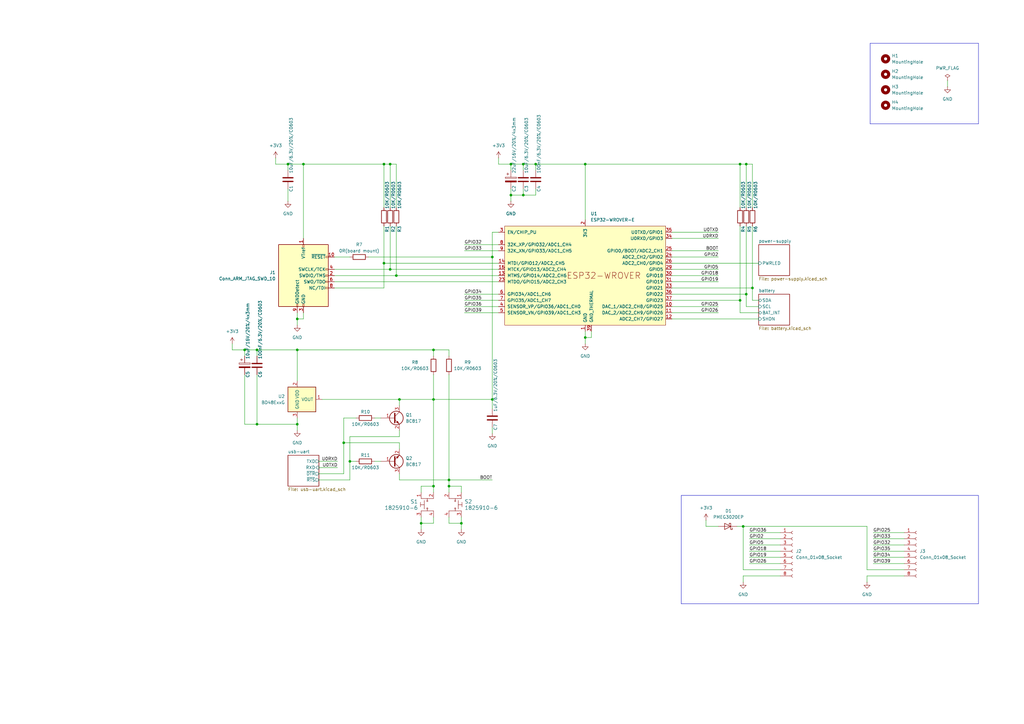
<source format=kicad_sch>
(kicad_sch (version 20231120) (generator "eeschema") (generator_version "8.0")
  (paper "A3")
  (title_block (title "ESP32 embedded application") (date "2024-10-26") (rev "B") (comment 1 "Author: Nicolae-Andrei Vasile") (comment 2 "ESP32 embedded hardware application."))
  (lib_symbols
    (symbol "Connector:Conn_01x08_Socket" (pin_names (offset 1.016) hide)
      (property "Reference" "J" (at 0 10.16 0))
      (property "Value" "Conn_01x08_Socket" (at 0 -12.7 0))
      (symbol "Conn_01x08_Socket_1_1"
        (arc (start 0 -9.652) (mid -0.5058 -10.16) (end 0 -10.668) (stroke (width 0.1524)))
        (arc (start 0 -7.112) (mid -0.5058 -7.62) (end 0 -8.128) (stroke (width 0.1524)))
        (arc (start 0 -4.572) (mid -0.5058 -5.08) (end 0 -5.588) (stroke (width 0.1524)))
        (arc (start 0 -2.032) (mid -0.5058 -2.54) (end 0 -3.048) (stroke (width 0.1524)))
        (polyline (pts (xy -1.27 -10.16) (xy -0.508 -10.16)) (stroke (width 0.1524)))
        (polyline (pts (xy -1.27 -7.62) (xy -0.508 -7.62)) (stroke (width 0.1524)))
        (polyline (pts (xy -1.27 -5.08) (xy -0.508 -5.08)) (stroke (width 0.1524)))
        (polyline (pts (xy -1.27 -2.54) (xy -0.508 -2.54)) (stroke (width 0.1524)))
        (polyline (pts (xy -1.27 0) (xy -0.508 0)) (stroke (width 0.1524)))
        (polyline (pts (xy -1.27 2.54) (xy -0.508 2.54)) (stroke (width 0.1524)))
        (polyline (pts (xy -1.27 5.08) (xy -0.508 5.08)) (stroke (width 0.1524)))
        (polyline (pts (xy -1.27 7.62) (xy -0.508 7.62)) (stroke (width 0.1524)))
        (arc (start 0 0.508) (mid -0.5058 0) (end 0 -0.508) (stroke (width 0.1524)))
        (arc (start 0 3.048) (mid -0.5058 2.54) (end 0 2.032) (stroke (width 0.1524)))
        (arc (start 0 5.588) (mid -0.5058 5.08) (end 0 4.572) (stroke (width 0.1524)))
        (arc (start 0 8.128) (mid -0.5058 7.62) (end 0 7.112) (stroke (width 0.1524)))
        (pin passive line (at -5.08 7.62 0) (length 3.81) (name "Pin_1") (number "1"))
        (pin passive line (at -5.08 5.08 0) (length 3.81) (name "Pin_2") (number "2"))
        (pin passive line (at -5.08 2.54 0) (length 3.81) (name "Pin_3") (number "3"))
        (pin passive line (at -5.08 0 0) (length 3.81) (name "Pin_4") (number "4"))
        (pin passive line (at -5.08 -2.54 0) (length 3.81) (name "Pin_5") (number "5"))
        (pin passive line (at -5.08 -5.08 0) (length 3.81) (name "Pin_6") (number "6"))
        (pin passive line (at -5.08 -7.62 0) (length 3.81) (name "Pin_7") (number "7"))
        (pin passive line (at -5.08 -10.16 0) (length 3.81) (name "Pin_8") (number "8"))
      )
    )
    (symbol "Connector:Conn_ARM_JTAG_SWD_10" (pin_names (offset 1.016))
      (property "Reference" "J" (at -2.54 16.51 0))
      (property "Value" "Conn_ARM_JTAG_SWD_10" (at -2.54 13.97 0))
      (symbol "Conn_ARM_JTAG_SWD_10_0_1"
        (rectangle (start -10.16 12.7) (end 10.16 -12.7) (stroke (width 0.254)) (fill (type background)))
        (rectangle (start -2.794 -12.7) (end -2.286 -11.684))
        (rectangle (start -0.254 -12.7) (end 0.254 -11.684))
        (rectangle (start -0.254 12.7) (end 0.254 11.684))
        (rectangle (start 9.144 2.286) (end 10.16 2.794))
        (rectangle (start 10.16 -2.794) (end 9.144 -2.286))
        (rectangle (start 10.16 -0.254) (end 9.144 0.254))
        (rectangle (start 10.16 7.874) (end 9.144 7.366))
      )
      (symbol "Conn_ARM_JTAG_SWD_10_1_1"
        (rectangle (start 9.144 -5.334) (end 10.16 -4.826))
        (pin power_in line (at 0 15.24 270) (length 2.54) (name "VTref") (number "1"))
        (pin open_collector line (at 12.7 7.62 180) (length 2.54) (name "~{RESET}") (number "10"))
        (pin bidirectional line (at 12.7 0 180) (length 2.54) (name "SWDIO/TMS") (number "2"))
        (pin power_in line (at 0 -15.24 90) (length 2.54) (name "GND") (number "3"))
        (pin output line (at 12.7 2.54 180) (length 2.54) (name "SWCLK/TCK") (number "4"))
        (pin passive line (at 0 -15.24 90) (length 2.54) hide (name "GND") (number "5"))
        (pin input line (at 12.7 -2.54 180) (length 2.54) (name "SWO/TDO") (number "6"))
        (pin no_connect line (at -10.16 0 0) (length 2.54) hide (name "KEY") (number "7"))
        (pin output line (at 12.7 -5.08 180) (length 2.54) (name "NC/TDI") (number "8"))
        (pin passive line (at -2.54 -15.24 90) (length 2.54) (name "GNDDetect") (number "9"))
      )
    )
    (symbol "Device:C" (pin_numbers hide) (pin_names (offset 0.254))
      (property "Reference" "C" (at 0.635 2.54 0))
      (property "Value" "C" (at 0.635 -2.54 0))
      (symbol "C_0_1"
        (polyline (pts (xy -2.032 -0.762) (xy 2.032 -0.762)) (stroke (width 0.508)))
        (polyline (pts (xy -2.032 0.762) (xy 2.032 0.762)) (stroke (width 0.508)))
      )
      (symbol "C_1_1"
        (pin passive line (at 0 3.81 270) (length 2.794) (name "~") (number "1"))
        (pin passive line (at 0 -3.81 90) (length 2.794) (name "~") (number "2"))
      )
    )
    (symbol "Device:C_Polarized" (pin_numbers hide) (pin_names (offset 0.254))
      (property "Reference" "C" (at 0.635 2.54 0))
      (property "Value" "C_Polarized" (at 0.635 -2.54 0))
      (symbol "C_Polarized_0_1"
        (rectangle (start -2.286 0.508) (end 2.286 1.016))
        (polyline (pts (xy -1.778 2.286) (xy -0.762 2.286)))
        (polyline (pts (xy -1.27 2.794) (xy -1.27 1.778)))
        (rectangle (start 2.286 -0.508) (end -2.286 -1.016) (fill (type outline)))
      )
      (symbol "C_Polarized_1_1"
        (pin passive line (at 0 3.81 270) (length 2.794) (name "~") (number "1"))
        (pin passive line (at 0 -3.81 90) (length 2.794) (name "~") (number "2"))
      )
    )
    (symbol "Device:R" (pin_numbers hide) (pin_names (offset 0))
      (property "Reference" "R" (at 2.032 0 90))
      (property "Value" "R" (at 0 0 90))
      (symbol "R_0_1"
        (rectangle (start -1.016 -2.54) (end 1.016 2.54) (stroke (width 0.254)))
      )
      (symbol "R_1_1"
        (pin passive line (at 0 3.81 270) (length 1.27) (name "~") (number "1"))
        (pin passive line (at 0 -3.81 90) (length 1.27) (name "~") (number "2"))
      )
    )
    (symbol "Diode:PMEG3020ER" (pin_numbers hide) (pin_names hide)
      (property "Reference" "D" (at 0 2.54 0))
      (property "Value" "PMEG3020ER" (at 0 -2.54 0))
      (symbol "PMEG3020ER_0_1"
        (polyline (pts (xy 1.27 0) (xy -1.27 0)))
        (polyline (pts (xy 1.27 1.27) (xy 1.27 -1.27) (xy -1.27 0) (xy 1.27 1.27)) (stroke (width 0.2032)))
        (polyline (pts (xy -1.905 0.635) (xy -1.905 1.27) (xy -1.27 1.27) (xy -1.27 -1.27) (xy -0.635 -1.27) (xy -0.635 -0.635)) (stroke (width 0.2032)))
      )
      (symbol "PMEG3020ER_1_1"
        (pin passive line (at -3.81 0 0) (length 2.54) (name "K") (number "1"))
        (pin passive line (at 3.81 0 180) (length 2.54) (name "A") (number "2"))
      )
    )
    (symbol "Espressif:ESP32-WROVER-E" (pin_names (offset 1.016))
      (property "Reference" "U" (at -30.48 25.4 0))
      (property "Value" "ESP32-WROVER-E" (at -30.48 22.86 0))
      (symbol "ESP32-WROVER-E_0_1"
        (rectangle (start -33.02 20.32) (end 33.02 -20.32) (fill (type background)))
      )
      (symbol "ESP32-WROVER-E_1_1"
        (text "ESP32-­WROVER" (at 7.62 0 0) (effects (font (size 2.54 2.54))))
        (pin power_in line (at 0 -22.86 90) (length 2.54) (name "GND") (number "1"))
        (pin bidirectional line (at 35.56 -12.7 180) (length 2.54) (name "DAC_1/ADC2_CH8/GPIO25") (number "10"))
        (pin bidirectional line (at 35.56 -15.24 180) (length 2.54) (name "DAC_2/ADC2_CH9/GPIO26") (number "11"))
        (pin bidirectional line (at 35.56 -17.78 180) (length 2.54) (name "ADC2_CH7/GPIO27") (number "12"))
        (pin bidirectional line (at -35.56 0 0) (length 2.54) (name "MTMS/GPIO14/ADC2_CH6") (number "13"))
        (pin bidirectional line (at -35.56 5.08 0) (length 2.54) (name "MTDI/GPIO12/ADC2_CH5") (number "14"))
        (pin passive line (at 0 -22.86 90) (length 2.54) hide (name "GND") (number "15"))
        (pin bidirectional line (at -35.56 2.54 0) (length 2.54) (name "MTCK/GPIO13/ADC2_CH4") (number "16"))
        (pin power_in line (at 0 22.86 270) (length 2.54) (name "3V3") (number "2"))
        (pin bidirectional line (at -35.56 -2.54 0) (length 2.54) (name "MTDO/GPIO15/ADC2_CH3") (number "23"))
        (pin bidirectional line (at 35.56 7.62 180) (length 2.54) (name "ADC2_CH2/GPIO2") (number "24"))
        (pin bidirectional line (at 35.56 10.16 180) (length 2.54) (name "GPIO0/BOOT/ADC2_CH1") (number "25"))
        (pin bidirectional line (at 35.56 5.08 180) (length 2.54) (name "ADC2_CH0/GPIO4") (number "26"))
        (pin bidirectional line (at 35.56 2.54 180) (length 2.54) (name "GPIO5") (number "29"))
        (pin input line (at -35.56 17.78 0) (length 2.54) (name "EN/CHIP_PU") (number "3"))
        (pin bidirectional line (at 35.56 0 180) (length 2.54) (name "GPIO18") (number "30"))
        (pin bidirectional line (at 35.56 -2.54 180) (length 2.54) (name "GPIO19") (number "31"))
        (pin bidirectional line (at 35.56 -5.08 180) (length 2.54) (name "GPIO21") (number "33"))
        (pin bidirectional line (at 35.56 15.24 180) (length 2.54) (name "U0RXD/GPIO3") (number "34"))
        (pin bidirectional line (at 35.56 17.78 180) (length 2.54) (name "U0TXD/GPIO1") (number "35"))
        (pin bidirectional line (at 35.56 -7.62 180) (length 2.54) (name "GPIO22") (number "36"))
        (pin bidirectional line (at 35.56 -10.16 180) (length 2.54) (name "GPIO23") (number "37"))
        (pin passive line (at 0 -22.86 90) (length 2.54) hide (name "GND") (number "38"))
        (pin power_in line (at 2.54 -22.86 90) (length 2.54) (name "GND_THERMAL") (number "39"))
        (pin input line (at -35.56 -12.7 0) (length 2.54) (name "SENSOR_VP/GPIO36/ADC1_CH0") (number "4"))
        (pin input line (at -35.56 -15.24 0) (length 2.54) (name "SENSOR_VN/GPIO39/ADC1_CH3") (number "5"))
        (pin input line (at -35.56 -7.62 0) (length 2.54) (name "GPIO34/ADC1_CH6") (number "6"))
        (pin input line (at -35.56 -10.16 0) (length 2.54) (name "GPIO35/ADC1_CH7") (number "7"))
        (pin bidirectional line (at -35.56 12.7 0) (length 2.54) (name "32K_XP/GPIO32/ADC1_CH4") (number "8"))
        (pin bidirectional line (at -35.56 10.16 0) (length 2.54) (name "32K_XN/GPIO33/ADC1_CH5") (number "9"))
      )
    )
    (symbol "Mechanical:MountingHole" (pin_names (offset 1.016)) (exclude_from_sim yes) (in_bom no)
      (property "Reference" "H" (at 0 5.08 0))
      (property "Value" "MountingHole" (at 0 3.175 0))
      (symbol "MountingHole_0_1"
        (circle (center 0 0) (radius 1.27) (stroke (width 1.27)))
      )
    )
    (symbol "Power_Management:BD48ExxG" (pin_names (offset 1.016))
      (property "Reference" "U" (at -3.81 6.35 0))
      (property "Value" "BD48ExxG" (at -5.08 0 90))
      (symbol "BD48ExxG_1_1"
        (rectangle (start -3.81 5.08) (end 7.62 -5.08) (stroke (width 0.254)) (fill (type background)))
        (pin output line (at 10.16 0 180) (length 2.54) (name "VOUT") (number "1"))
        (pin power_in line (at 0 7.62 270) (length 2.54) (name "VDD") (number "2"))
        (pin power_in line (at 0 -7.62 90) (length 2.54) (name "GND") (number "3"))
      )
    )
    (symbol "Transistor_BJT:BC817" (pin_names (offset 0) hide)
      (property "Reference" "Q" (at 5.08 1.905 0))
      (property "Value" "BC817" (at 5.08 0 0))
      (symbol "BC817_0_1"
        (polyline (pts (xy 0.635 0.635) (xy 2.54 2.54)))
        (polyline (pts (xy 0.635 -0.635) (xy 2.54 -2.54) (xy 2.54 -2.54)))
        (polyline (pts (xy 0.635 1.905) (xy 0.635 -1.905) (xy 0.635 -1.905)) (stroke (width 0.508)))
        (polyline (pts (xy 1.27 -1.778) (xy 1.778 -1.27) (xy 2.286 -2.286) (xy 1.27 -1.778) (xy 1.27 -1.778)) (fill (type outline)))
        (circle (center 1.27 0) (radius 2.8194) (stroke (width 0.254)))
      )
      (symbol "BC817_1_1"
        (pin input line (at -5.08 0 0) (length 5.715) (name "B") (number "1"))
        (pin passive line (at 2.54 -5.08 90) (length 2.54) (name "E") (number "2"))
        (pin passive line (at 2.54 5.08 270) (length 2.54) (name "C") (number "3"))
      )
    )
    (symbol "dk_Tactile-Switches:1825910-6" (pin_names (offset 1.016))
      (property "Reference" "S" (at 0 4.572 0))
      (property "Value" "1825910-6" (at 0.127 -5.08 0))
      (symbol "1825910-6_0_1"
        (circle (center -1.524 0) (radius 0.254))
        (polyline (pts (xy -2.54 2.54) (xy -2.54 -2.54)))
        (polyline (pts (xy -1.778 0) (xy -2.54 0)))
        (polyline (pts (xy -1.778 1.27) (xy 1.778 1.27)))
        (polyline (pts (xy 2.54 -2.54) (xy 2.54 2.54)))
        (polyline (pts (xy 2.54 0) (xy 1.778 0)))
        (circle (center 1.524 0) (radius 0.254))
      )
      (symbol "1825910-6_1_1"
        (polyline (pts (xy -1.016 2.794) (xy 0.889 2.794)))
        (polyline (pts (xy 0 2.794) (xy 0 1.27)))
        (pin passive line (at -5.08 2.54 0) (length 2.54) (name "~") (number "1"))
        (pin passive line (at -5.08 -2.54 0) (length 2.54) (name "~") (number "2"))
        (pin passive line (at 5.08 2.54 180) (length 2.54) (name "~") (number "3"))
        (pin passive line (at 5.08 -2.54 180) (length 2.54) (name "~") (number "4"))
      )
    )
    (symbol "power:+3V3" (power) (pin_numbers hide) (pin_names (offset 0) hide)
      (property "Value" "+3V3" (at 0 3.556 0))
      (symbol "+3V3_0_1"
        (polyline (pts (xy -0.762 1.27) (xy 0 2.54)))
        (polyline (pts (xy 0 0) (xy 0 2.54)))
        (polyline (pts (xy 0 2.54) (xy 0.762 1.27)))
      )
      (symbol "+3V3_1_1"
        (pin power_in line (at 0 0 90) (length 0) (name "~") (number "1"))
      )
    )
    (symbol "power:GND" (power) (pin_numbers hide) (pin_names (offset 0) hide)
      (property "Value" "GND" (at 0 -3.81 0))
      (symbol "GND_0_1"
        (polyline (pts (xy 0 0) (xy 0 -1.27) (xy 1.27 -1.27) (xy 0 -2.54) (xy -1.27 -1.27) (xy 0 -1.27)))
      )
      (symbol "GND_1_1"
        (pin power_in line (at 0 0 270) (length 0) (name "~") (number "1"))
      )
    )
    (symbol "power:PWR_FLAG" (power) (pin_numbers hide) (pin_names (offset 0) hide)
      (property "Value" "PWR_FLAG" (at 0 3.81 0))
      (symbol "PWR_FLAG_0_0"
        (pin power_out line (at 0 0 90) (length 0) (name "~") (number "1"))
      )
      (symbol "PWR_FLAG_0_1"
        (polyline (pts (xy 0 0) (xy 0 1.27) (xy -1.016 1.905) (xy 0 2.54) (xy 1.016 1.905) (xy 0 1.27)))
      )
    )
  )
  (junction (at 163.83 163.83))
  (junction (at 143.51 189.23))
  (junction (at 214.63 67.31))
  (junction (at 184.15 196.85))
  (junction (at 177.8 163.83))
  (junction (at 308.61 118.11))
  (junction (at 162.56 113.03))
  (junction (at 100.33 143.51))
  (junction (at 124.46 67.31))
  (junction (at 121.92 143.51))
  (junction (at 105.41 173.99))
  (junction (at 172.72 214.63))
  (junction (at 121.92 173.99))
  (junction (at 157.48 107.95))
  (junction (at 209.55 80.01))
  (junction (at 140.97 181.61))
  (junction (at 306.07 67.31))
  (junction (at 184.15 199.39))
  (junction (at 160.02 110.49))
  (junction (at 189.23 214.63))
  (junction (at 209.55 67.31))
  (junction (at 160.02 67.31))
  (junction (at 214.63 80.01))
  (junction (at 201.93 105.41))
  (junction (at 121.92 130.81))
  (junction (at 219.71 67.31))
  (junction (at 177.8 143.51))
  (junction (at 105.41 143.51))
  (junction (at 303.53 123.19))
  (junction (at 304.8 215.9))
  (junction (at 240.03 67.31))
  (junction (at 177.8 199.39))
  (junction (at 157.48 67.31))
  (junction (at 118.11 67.31))
  (junction (at 240.03 138.43))
  (junction (at 303.53 67.31))
  (junction (at 201.93 163.83))
  (junction (at 306.07 120.65))
  (wire (pts (xy 275.59 102.87) (xy 294.64 102.87)))
  (wire (pts (xy 307.34 226.06) (xy 320.04 226.06)))
  (wire (pts (xy 140.97 181.61) (xy 140.97 194.31)))
  (wire (pts (xy 184.15 143.51) (xy 184.15 146.05)))
  (wire (pts (xy 201.93 95.25) (xy 201.93 105.41)))
  (wire (pts (xy 240.03 67.31) (xy 303.53 67.31)))
  (wire (pts (xy 240.03 67.31) (xy 240.03 90.17)))
  (wire (pts (xy 124.46 67.31) (xy 124.46 97.79)))
  (wire (pts (xy 177.8 163.83) (xy 177.8 199.39)))
  (wire (pts (xy 355.6 236.22) (xy 355.6 238.76)))
  (wire (pts (xy 190.5 100.33) (xy 204.47 100.33)))
  (wire (pts (xy 151.13 105.41) (xy 201.93 105.41)))
  (polyline (pts (xy 356.87 17.78) (xy 401.32 17.78)))
  (wire (pts (xy 307.34 220.98) (xy 320.04 220.98)))
  (wire (pts (xy 240.03 138.43) (xy 242.57 138.43)))
  (wire (pts (xy 143.51 179.07) (xy 163.83 179.07)))
  (wire (pts (xy 157.48 107.95) (xy 157.48 118.11)))
  (wire (pts (xy 105.41 143.51) (xy 121.92 143.51)))
  (wire (pts (xy 137.16 105.41) (xy 143.51 105.41)))
  (wire (pts (xy 219.71 80.01) (xy 219.71 77.47)))
  (wire (pts (xy 163.83 179.07) (xy 163.83 176.53)))
  (wire (pts (xy 121.92 130.81) (xy 124.46 130.81)))
  (wire (pts (xy 201.93 163.83) (xy 201.93 167.64)))
  (wire (pts (xy 275.59 123.19) (xy 303.53 123.19)))
  (wire (pts (xy 121.92 128.27) (xy 121.92 130.81)))
  (polyline (pts (xy 356.87 50.8) (xy 401.32 50.8)))
  (wire (pts (xy 177.8 143.51) (xy 184.15 143.51)))
  (wire (pts (xy 184.15 212.09) (xy 184.15 214.63)))
  (wire (pts (xy 275.59 115.57) (xy 294.64 115.57)))
  (wire (pts (xy 275.59 118.11) (xy 308.61 118.11)))
  (wire (pts (xy 162.56 113.03) (xy 204.47 113.03)))
  (wire (pts (xy 201.93 175.26) (xy 201.93 177.8)))
  (wire (pts (xy 157.48 118.11) (xy 137.16 118.11)))
  (wire (pts (xy 105.41 153.67) (xy 105.41 173.99)))
  (wire (pts (xy 289.56 215.9) (xy 289.56 213.36)))
  (wire (pts (xy 190.5 120.65) (xy 204.47 120.65)))
  (wire (pts (xy 121.92 130.81) (xy 121.92 133.35)))
  (wire (pts (xy 105.41 173.99) (xy 121.92 173.99)))
  (wire (pts (xy 146.05 189.23) (xy 143.51 189.23)))
  (wire (pts (xy 308.61 92.71) (xy 308.61 118.11)))
  (wire (pts (xy 358.14 218.44) (xy 370.84 218.44)))
  (wire (pts (xy 190.5 123.19) (xy 204.47 123.19)))
  (wire (pts (xy 275.59 97.79) (xy 294.64 97.79)))
  (wire (pts (xy 219.71 67.31) (xy 219.71 69.85)))
  (wire (pts (xy 275.59 120.65) (xy 306.07 120.65)))
  (wire (pts (xy 121.92 143.51) (xy 177.8 143.51)))
  (polyline (pts (xy 356.87 17.78) (xy 356.87 50.8)))
  (wire (pts (xy 307.34 231.14) (xy 320.04 231.14)))
  (wire (pts (xy 307.34 228.6) (xy 320.04 228.6)))
  (wire (pts (xy 240.03 138.43) (xy 240.03 140.97)))
  (wire (pts (xy 163.83 196.85) (xy 184.15 196.85)))
  (wire (pts (xy 137.16 113.03) (xy 162.56 113.03)))
  (wire (pts (xy 130.81 196.85) (xy 143.51 196.85)))
  (wire (pts (xy 100.33 146.05) (xy 100.33 143.51)))
  (wire (pts (xy 184.15 196.85) (xy 201.93 196.85)))
  (wire (pts (xy 137.16 110.49) (xy 160.02 110.49)))
  (wire (pts (xy 275.59 105.41) (xy 294.64 105.41)))
  (polyline (pts (xy 401.32 50.8) (xy 401.32 17.78)))
  (wire (pts (xy 163.83 163.83) (xy 163.83 166.37)))
  (wire (pts (xy 177.8 212.09) (xy 177.8 214.63)))
  (wire (pts (xy 190.5 128.27) (xy 204.47 128.27)))
  (wire (pts (xy 308.61 118.11) (xy 308.61 123.19)))
  (wire (pts (xy 204.47 67.31) (xy 209.55 67.31)))
  (wire (pts (xy 204.47 64.77) (xy 204.47 67.31)))
  (wire (pts (xy 121.92 173.99) (xy 121.92 176.53)))
  (wire (pts (xy 304.8 236.22) (xy 320.04 236.22)))
  (wire (pts (xy 355.6 233.68) (xy 370.84 233.68)))
  (wire (pts (xy 172.72 214.63) (xy 172.72 217.17)))
  (wire (pts (xy 189.23 199.39) (xy 184.15 199.39)))
  (wire (pts (xy 275.59 113.03) (xy 294.64 113.03)))
  (wire (pts (xy 358.14 220.98) (xy 370.84 220.98)))
  (wire (pts (xy 214.63 77.47) (xy 214.63 80.01)))
  (wire (pts (xy 118.11 67.31) (xy 113.03 67.31)))
  (wire (pts (xy 157.48 107.95) (xy 204.47 107.95)))
  (wire (pts (xy 184.15 199.39) (xy 184.15 201.93)))
  (wire (pts (xy 160.02 67.31) (xy 162.56 67.31)))
  (wire (pts (xy 303.53 67.31) (xy 306.07 67.31)))
  (wire (pts (xy 157.48 67.31) (xy 160.02 67.31)))
  (wire (pts (xy 304.8 233.68) (xy 320.04 233.68)))
  (wire (pts (xy 124.46 67.31) (xy 157.48 67.31)))
  (wire (pts (xy 177.8 201.93) (xy 177.8 199.39)))
  (wire (pts (xy 137.16 115.57) (xy 204.47 115.57)))
  (wire (pts (xy 157.48 107.95) (xy 157.48 92.71)))
  (wire (pts (xy 209.55 80.01) (xy 209.55 82.55)))
  (wire (pts (xy 124.46 128.27) (xy 124.46 130.81)))
  (wire (pts (xy 163.83 184.15) (xy 163.83 181.61)))
  (wire (pts (xy 121.92 173.99) (xy 121.92 171.45)))
  (wire (pts (xy 95.25 143.51) (xy 100.33 143.51)))
  (wire (pts (xy 100.33 153.67) (xy 100.33 173.99)))
  (wire (pts (xy 130.81 191.77) (xy 138.43 191.77)))
  (wire (pts (xy 219.71 67.31) (xy 240.03 67.31)))
  (wire (pts (xy 121.92 143.51) (xy 121.92 156.21)))
  (wire (pts (xy 100.33 173.99) (xy 105.41 173.99)))
  (wire (pts (xy 184.15 153.67) (xy 184.15 196.85)))
  (wire (pts (xy 275.59 95.25) (xy 294.64 95.25)))
  (wire (pts (xy 190.5 102.87) (xy 204.47 102.87)))
  (wire (pts (xy 306.07 92.71) (xy 306.07 120.65)))
  (wire (pts (xy 124.46 67.31) (xy 118.11 67.31)))
  (wire (pts (xy 184.15 196.85) (xy 184.15 199.39)))
  (wire (pts (xy 307.34 223.52) (xy 320.04 223.52)))
  (wire (pts (xy 303.53 123.19) (xy 303.53 128.27)))
  (wire (pts (xy 306.07 125.73) (xy 311.15 125.73)))
  (wire (pts (xy 140.97 171.45) (xy 146.05 171.45)))
  (wire (pts (xy 306.07 120.65) (xy 306.07 125.73)))
  (wire (pts (xy 172.72 199.39) (xy 172.72 201.93)))
  (wire (pts (xy 275.59 130.81) (xy 311.15 130.81)))
  (wire (pts (xy 303.53 92.71) (xy 303.53 123.19)))
  (wire (pts (xy 163.83 163.83) (xy 177.8 163.83)))
  (wire (pts (xy 388.62 33.02) (xy 388.62 35.56)))
  (wire (pts (xy 130.81 194.31) (xy 140.97 194.31)))
  (wire (pts (xy 306.07 67.31) (xy 306.07 85.09)))
  (wire (pts (xy 302.26 215.9) (xy 304.8 215.9)))
  (wire (pts (xy 113.03 64.77) (xy 113.03 67.31)))
  (wire (pts (xy 189.23 201.93) (xy 189.23 199.39)))
  (wire (pts (xy 160.02 110.49) (xy 204.47 110.49)))
  (wire (pts (xy 177.8 143.51) (xy 177.8 146.05)))
  (wire (pts (xy 143.51 189.23) (xy 143.51 196.85)))
  (wire (pts (xy 140.97 171.45) (xy 140.97 181.61)))
  (wire (pts (xy 132.08 163.83) (xy 163.83 163.83)))
  (wire (pts (xy 275.59 128.27) (xy 294.64 128.27)))
  (wire (pts (xy 304.8 215.9) (xy 355.6 215.9)))
  (wire (pts (xy 201.93 105.41) (xy 201.93 163.83)))
  (wire (pts (xy 163.83 181.61) (xy 140.97 181.61)))
  (wire (pts (xy 275.59 125.73) (xy 294.64 125.73)))
  (wire (pts (xy 172.72 212.09) (xy 172.72 214.63)))
  (wire (pts (xy 209.55 77.47) (xy 209.55 80.01)))
  (wire (pts (xy 358.14 223.52) (xy 370.84 223.52)))
  (wire (pts (xy 358.14 228.6) (xy 370.84 228.6)))
  (wire (pts (xy 307.34 218.44) (xy 320.04 218.44)))
  (wire (pts (xy 95.25 140.97) (xy 95.25 143.51)))
  (wire (pts (xy 214.63 67.31) (xy 219.71 67.31)))
  (wire (pts (xy 209.55 67.31) (xy 214.63 67.31)))
  (wire (pts (xy 358.14 226.06) (xy 370.84 226.06)))
  (wire (pts (xy 130.81 189.23) (xy 138.43 189.23)))
  (wire (pts (xy 304.8 215.9) (xy 304.8 233.68)))
  (wire (pts (xy 163.83 194.31) (xy 163.83 196.85)))
  (wire (pts (xy 355.6 215.9) (xy 355.6 233.68)))
  (wire (pts (xy 153.67 171.45) (xy 156.21 171.45)))
  (wire (pts (xy 303.53 67.31) (xy 303.53 85.09)))
  (wire (pts (xy 118.11 67.31) (xy 118.11 69.85)))
  (wire (pts (xy 162.56 92.71) (xy 162.56 113.03)))
  (wire (pts (xy 189.23 212.09) (xy 189.23 214.63)))
  (wire (pts (xy 275.59 110.49) (xy 294.64 110.49)))
  (wire (pts (xy 209.55 67.31) (xy 209.55 69.85)))
  (wire (pts (xy 242.57 135.89) (xy 242.57 138.43)))
  (wire (pts (xy 189.23 214.63) (xy 184.15 214.63)))
  (wire (pts (xy 304.8 236.22) (xy 304.8 238.76)))
  (wire (pts (xy 100.33 143.51) (xy 105.41 143.51)))
  (wire (pts (xy 289.56 215.9) (xy 294.64 215.9)))
  (wire (pts (xy 172.72 199.39) (xy 177.8 199.39)))
  (wire (pts (xy 118.11 82.55) (xy 118.11 77.47)))
  (wire (pts (xy 162.56 67.31) (xy 162.56 85.09)))
  (wire (pts (xy 189.23 214.63) (xy 189.23 217.17)))
  (wire (pts (xy 190.5 125.73) (xy 204.47 125.73)))
  (wire (pts (xy 172.72 214.63) (xy 177.8 214.63)))
  (wire (pts (xy 355.6 236.22) (xy 370.84 236.22)))
  (wire (pts (xy 160.02 92.71) (xy 160.02 110.49)))
  (wire (pts (xy 105.41 146.05) (xy 105.41 143.51)))
  (wire (pts (xy 177.8 163.83) (xy 201.93 163.83)))
  (wire (pts (xy 143.51 179.07) (xy 143.51 189.23)))
  (wire (pts (xy 160.02 67.31) (xy 160.02 85.09)))
  (wire (pts (xy 308.61 85.09) (xy 308.61 67.31)))
  (wire (pts (xy 275.59 107.95) (xy 311.15 107.95)))
  (wire (pts (xy 177.8 153.67) (xy 177.8 163.83)))
  (wire (pts (xy 201.93 95.25) (xy 204.47 95.25)))
  (wire (pts (xy 308.61 123.19) (xy 311.15 123.19)))
  (wire (pts (xy 214.63 67.31) (xy 214.63 69.85)))
  (wire (pts (xy 308.61 67.31) (xy 306.07 67.31)))
  (wire (pts (xy 303.53 128.27) (xy 311.15 128.27)))
  (wire (pts (xy 153.67 189.23) (xy 156.21 189.23)))
  (wire (pts (xy 214.63 80.01) (xy 219.71 80.01)))
  (wire (pts (xy 240.03 135.89) (xy 240.03 138.43)))
  (wire (pts (xy 157.48 67.31) (xy 157.48 85.09)))
  (wire (pts (xy 214.63 80.01) (xy 209.55 80.01)))
  (wire (pts (xy 358.14 231.14) (xy 370.84 231.14)))
  (rectangle (start 279.4 203.2) (end 401.32 247.65))
  (label "GPIO32" (at 190.5 100.33 0))
  (label "GPIO39" (at 190.5 128.27 0))
  (label "GPIO26" (at 307.34 231.14 0))
  (label "GPIO2" (at 294.64 105.41 180))
  (label "GPIO35" (at 358.14 226.06 0))
  (label "U0TXD" (at 294.64 95.25 180))
  (label "BOOT" (at 201.93 196.85 180))
  (label "GPIO5" (at 307.34 223.52 0))
  (label "GPIO25" (at 294.64 125.73 180))
  (label "GPIO18" (at 294.64 113.03 180))
  (label "GPIO25" (at 358.14 218.44 0))
  (label "GPIO34" (at 358.14 228.6 0))
  (label "GPIO19" (at 294.64 115.57 180))
  (label "GPIO18" (at 307.34 226.06 0))
  (label "GPIO36" (at 307.34 218.44 0))
  (label "GPIO34" (at 190.5 120.65 0))
  (label "GPIO39" (at 358.14 231.14 0))
  (label "GPIO36" (at 190.5 125.73 0))
  (label "GPIO35" (at 190.5 123.19 0))
  (label "GPIO19" (at 307.34 228.6 0))
  (label "BOOT" (at 294.64 102.87 180))
  (label "GPIO26" (at 294.64 128.27 180))
  (label "GPIO32" (at 358.14 223.52 0))
  (label "U0RXD" (at 138.43 189.23 180))
  (label "GPIO33" (at 358.14 220.98 0))
  (label "GPIO2" (at 307.34 220.98 0))
  (label "U0RXD" (at 294.64 97.79 180))
  (label "GPIO5" (at 294.64 110.49 180))
  (label "U0TXD" (at 138.43 191.77 180))
  (label "GPIO33" (at 190.5 102.87 0))
  (symbol (lib_id "power:GND") (at 189.23 217.17 0) (unit 1)
    (property "Reference" "#PWR013" (effects (hide yes)))
    (property "Value" "GND" (at 189.23 222.25 0))
    (property "Description" "Power symbol creates a global label with name \"GND\" , ground" (effects (hide yes)))
  )
  (symbol (lib_id "Transistor_BJT:BC817") (at 161.29 189.23 0) (mirror x) (unit 1)
    (property "Reference" "Q2" (at 166.37 187.96 0) (effects (justify left)))
    (property "Value" "BC817" (at 166.37 190.5 0) (effects (justify left)))
    (property "Footprint" "Package_TO_SOT_SMD:SOT-23" (effects (hide yes)))
    (property "Datasheet" "https://www.onsemi.com/pub/Collateral/BC818-D.pdf" (effects (hide yes)))
    (property "Description" "0.8A Ic, 45V Vce, NPN Transistor, SOT-23" (effects (hide yes)))
  )
  (symbol (lib_id "power:GND") (at 118.11 82.55 0) (unit 1)
    (property "Reference" "#PWR04" (effects (hide yes)))
    (property "Value" "GND" (at 118.11 87.63 0))
    (property "Description" "Power symbol creates a global label with name \"GND\" , ground" (effects (hide yes)))
  )
  (symbol (lib_id "Device:C") (at 219.71 73.66 0) (unit 1)
    (property "Reference" "C4" (at 220.98 78.74 90) (effects (justify left)))
    (property "Value" "100nF/6.3V/20%/C0603" (at 220.98 71.12 90) (effects (justify left)))
    (property "Footprint" "Capacitor_SMD:C_0603_1608Metric_Pad1.08x0.95mm_HandSolder" (effects (hide yes)))
    (property "Description" "Unpolarized capacitor" (effects (hide yes)))
  )
  (symbol (lib_id "power:+3V3") (at 204.47 64.77 0) (unit 1)
    (property "Reference" "#PWR03" (effects (hide yes)))
    (property "Value" "+3V3" (at 204.47 59.69 0))
    (property "Description" "Power symbol creates a global label with name \"+3V3\"" (effects (hide yes)))
  )
  (symbol (lib_id "Device:R") (at 160.02 88.9 180) (unit 1)
    (property "Reference" "R2" (at 161.29 93.98 90))
    (property "Value" "10K/R0603" (at 161.29 80.01 90))
    (property "Footprint" "Resistor_SMD:R_0603_1608Metric_Pad0.98x0.95mm_HandSolder" (effects (hide yes)))
    (property "Description" "Resistor" (effects (hide yes)))
  )
  (symbol (lib_id "Device:R") (at 308.61 88.9 180) (unit 1)
    (property "Reference" "R6" (at 309.88 93.98 90))
    (property "Value" "10K/R0603" (at 309.88 80.01 90))
    (property "Footprint" "Resistor_SMD:R_0603_1608Metric_Pad0.98x0.95mm_HandSolder" (effects (hide yes)))
    (property "Description" "Resistor" (effects (hide yes)))
  )
  (symbol (lib_id "power:GND") (at 388.62 35.56 0) (unit 1)
    (property "Reference" "#PWR01" (effects (hide yes)))
    (property "Value" "GND" (at 388.62 40.64 0))
    (property "Description" "Power symbol creates a global label with name \"GND\" , ground" (effects (hide yes)))
  )
  (symbol (lib_id "Device:R") (at 303.53 88.9 180) (unit 1)
    (property "Reference" "R4" (at 304.8 93.98 90))
    (property "Value" "10K/R0603" (at 304.8 80.01 90))
    (property "Footprint" "Resistor_SMD:R_0603_1608Metric_Pad0.98x0.95mm_HandSolder" (effects (hide yes)))
    (property "Description" "Resistor" (effects (hide yes)))
  )
  (symbol (lib_id "Device:R") (at 184.15 149.86 0) (unit 1)
    (property "Reference" "R9" (at 191.77 148.59 0))
    (property "Value" "10K/R0603" (at 191.77 151.13 0))
    (property "Footprint" "Resistor_SMD:R_0603_1608Metric_Pad0.98x0.95mm_HandSolder" (effects (hide yes)))
    (property "Description" "Resistor" (effects (hide yes)))
  )
  (symbol (lib_id "Mechanical:MountingHole") (at 363.22 30.48 0) (unit 1) (exclude_from_sim yes) (in_bom no)
    (property "Reference" "H2" (at 365.76 29.2099 0) (effects (justify left)))
    (property "Value" "MountingHole" (at 365.76 31.7499 0) (effects (justify left)))
    (property "Footprint" "MountingHole:MountingHole_3.2mm_M3" (effects (hide yes)))
    (property "Description" "Mounting Hole without connection" (effects (hide yes)))
  )
  (symbol (lib_id "Mechanical:MountingHole") (at 363.22 24.13 0) (unit 1) (exclude_from_sim yes) (in_bom no)
    (property "Reference" "H1" (at 365.76 22.8599 0) (effects (justify left)))
    (property "Value" "MountingHole" (at 365.76 25.3999 0) (effects (justify left)))
    (property "Footprint" "MountingHole:MountingHole_3.2mm_M3" (effects (hide yes)))
    (property "Description" "Mounting Hole without connection" (effects (hide yes)))
  )
  (symbol (lib_id "power:GND") (at 304.8 238.76 0) (unit 1)
    (property "Reference" "#PWR014" (effects (hide yes)))
    (property "Value" "GND" (at 304.8 243.84 0))
    (property "Description" "Power symbol creates a global label with name \"GND\" , ground" (effects (hide yes)))
  )
  (symbol (lib_id "dk_Tactile-Switches:1825910-6") (at 186.69 207.01 270) (unit 1)
    (property "Reference" "S2" (at 190.5 205.7399 90) (effects (font (size 1.524 1.524)) (justify left)))
    (property "Value" "1825910-6" (at 190.5 208.2799 90) (effects (font (size 1.524 1.524)) (justify left)))
    (property "Footprint" "digikey-footprints:Switch_Tactile_THT_6x6mm" (effects (hide yes)))
    (property "Datasheet" "https://www.te.com/commerce/DocumentDelivery/DDEController?Action=srchrtrv&DocNm=1825910&DocType=Customer+Drawing&DocLang=English" (effects (hide yes)))
    (property "Description" "SWITCH TACTILE SPST-NO 0.05A 24V" (effects (hide yes)))
    (property "Digi-Key_PN" "450-1650-ND" (effects (hide yes)))
    (property "MPN" "1825910-6" (effects (hide yes)))
    (property "Category" "Switches" (effects (hide yes)))
    (property "Family" "Tactile Switches" (effects (hide yes)))
    (property "DK_Datasheet_Link" "https://www.te.com/commerce/DocumentDelivery/DDEController?Action=srchrtrv&DocNm=1825910&DocType=Customer+Drawing&DocLang=English" (effects (hide yes)))
    (property "DK_Detail_Page" "/product-detail/en/te-connectivity-alcoswitch-switches/1825910-6/450-1650-ND/1632536" (effects (hide yes)))
    (property "Description_1" "SWITCH TACTILE SPST-NO 0.05A 24V" (effects (hide yes)))
    (property "Manufacturer" "TE Connectivity ALCOSWITCH Switches" (effects (hide yes)))
    (property "Status" "Active" (effects (hide yes)))
  )
  (symbol (lib_id "Mechanical:MountingHole") (at 363.22 36.83 0) (unit 1) (exclude_from_sim yes) (in_bom no)
    (property "Reference" "H3" (at 365.76 35.5599 0) (effects (justify left)))
    (property "Value" "MountingHole" (at 365.76 38.0999 0) (effects (justify left)))
    (property "Footprint" "MountingHole:MountingHole_3.2mm_M3" (effects (hide yes)))
    (property "Description" "Mounting Hole without connection" (effects (hide yes)))
  )
  (symbol (lib_id "Mechanical:MountingHole") (at 363.22 43.18 0) (unit 1) (exclude_from_sim yes) (in_bom no)
    (property "Reference" "H4" (at 365.76 41.9099 0) (effects (justify left)))
    (property "Value" "MountingHole" (at 365.76 44.4499 0) (effects (justify left)))
    (property "Footprint" "MountingHole:MountingHole_3.2mm_M3" (effects (hide yes)))
    (property "Description" "Mounting Hole without connection" (effects (hide yes)))
  )
  (symbol (lib_id "Device:C_Polarized") (at 100.33 149.86 0) (unit 1)
    (property "Reference" "C5" (at 101.6 154.94 90) (effects (justify left)))
    (property "Value" "10uF/16V/20%/4x3mm" (at 101.6 147.32 90) (effects (justify left)))
    (property "Footprint" "Capacitor_SMD:CP_Elec_4x3" (effects (hide yes)))
    (property "Description" "Polarized capacitor" (effects (hide yes)))
  )
  (symbol (lib_id "power:GND") (at 240.03 140.97 0) (unit 1)
    (property "Reference" "#PWR08" (effects (hide yes)))
    (property "Value" "GND" (at 240.03 146.05 0))
    (property "Description" "Power symbol creates a global label with name \"GND\" , ground" (effects (hide yes)))
  )
  (symbol (lib_id "Device:C") (at 201.93 171.45 0) (unit 1)
    (property "Reference" "C7" (at 203.2 176.53 90) (effects (justify left)))
    (property "Value" "1uF/6.3V/20%/C0603" (at 203.2 168.91 90) (effects (justify left)))
    (property "Footprint" "Capacitor_SMD:C_0603_1608Metric_Pad1.08x0.95mm_HandSolder" (effects (hide yes)))
    (property "Description" "Unpolarized capacitor" (effects (hide yes)))
  )
  (symbol (lib_id "power:GND") (at 209.55 82.55 0) (unit 1)
    (property "Reference" "#PWR05" (effects (hide yes)))
    (property "Value" "GND" (at 209.55 87.63 0))
    (property "Description" "Power symbol creates a global label with name \"GND\" , ground" (effects (hide yes)))
  )
  (symbol (lib_id "power:GND") (at 201.93 177.8 0) (unit 1)
    (property "Reference" "#PWR010" (effects (hide yes)))
    (property "Value" "GND" (at 201.93 182.88 0))
    (property "Description" "Power symbol creates a global label with name \"GND\" , ground" (effects (hide yes)))
  )
  (symbol (lib_id "power:GND") (at 172.72 217.17 0) (unit 1)
    (property "Reference" "#PWR012" (effects (hide yes)))
    (property "Value" "GND" (at 172.72 222.25 0))
    (property "Description" "Power symbol creates a global label with name \"GND\" , ground" (effects (hide yes)))
  )
  (symbol (lib_id "Device:R") (at 157.48 88.9 180) (unit 1)
    (property "Reference" "R1" (at 158.75 93.98 90))
    (property "Value" "10K/R0603" (at 158.75 80.01 90))
    (property "Footprint" "Resistor_SMD:R_0603_1608Metric_Pad0.98x0.95mm_HandSolder" (effects (hide yes)))
    (property "Description" "Resistor" (effects (hide yes)))
  )
  (symbol (lib_id "Device:C") (at 214.63 73.66 0) (unit 1)
    (property "Reference" "C3" (at 215.9 78.74 90) (effects (justify left)))
    (property "Value" "10uF/6.3V/20%/C0603" (at 215.9 71.12 90) (effects (justify left)))
    (property "Footprint" "Capacitor_SMD:C_0603_1608Metric_Pad1.08x0.95mm_HandSolder" (effects (hide yes)))
    (property "Description" "Unpolarized capacitor" (effects (hide yes)))
  )
  (symbol (lib_id "Power_Management:BD48ExxG") (at 121.92 163.83 0) (unit 1)
    (property "Reference" "U2" (at 116.84 162.5599 0) (effects (justify right)))
    (property "Value" "BD48ExxG" (at 116.84 165.0999 0) (effects (justify right)))
    (property "Footprint" "Package_TO_SOT_SMD:SOT-23-5" (effects (hide yes)))
    (property "Datasheet" "https://www.rohm.de/datasheet/BD4830FVE/bd48xxg-e" (effects (hide yes)))
    (property "Description" "Standard CMOS Voltage Detector IC, Open Drain Output, SSOP5" (effects (hide yes)))
  )
  (symbol (lib_id "Espressif:ESP32-WROVER-E") (at 240.03 113.03 0) (unit 1)
    (property "Reference" "U1" (at 242.2241 87.63 0) (effects (justify left)))
    (property "Value" "ESP32-WROVER-E" (at 242.2241 90.17 0) (effects (justify left)))
    (property "Footprint" "Espressif:ESP32-WROVER-E" (effects (hide yes)))
    (property "Datasheet" "https://www.espressif.com/sites/default/files/documentation/esp32-wrover-e_esp32-wrover-ie_datasheet_en.pdf" (effects (hide yes)))
    (property "Description" "ESP32-WROVER-E and ESP32-WROVER-IE are two powerful, generic WiFi-BT-BLE MCU modules that target a wide variety of applications, ranging from low-power sensor networks to the most demanding tasks, such as voice encoding, music streaming and MP3 decoding. ESP32-WROVER-E comes with a PCB antenna, and ESP32-WROVER-IE with an IPEX antenna. They both featurea 4 MB external SPI flash and an additional 8 MB SPI Pseudo static RAM (PSRAM)." (effects (hide yes)))
  )
  (symbol (lib_id "Transistor_BJT:BC817") (at 161.29 171.45 0) (unit 1)
    (property "Reference" "Q1" (at 166.37 170.1799 0) (effects (justify left)))
    (property "Value" "BC817" (at 166.37 172.7199 0) (effects (justify left)))
    (property "Footprint" "Package_TO_SOT_SMD:SOT-23" (effects (hide yes)))
    (property "Datasheet" "https://www.onsemi.com/pub/Collateral/BC818-D.pdf" (effects (hide yes)))
    (property "Description" "0.8A Ic, 45V Vce, NPN Transistor, SOT-23" (effects (hide yes)))
  )
  (symbol (lib_id "Device:C") (at 118.11 73.66 0) (unit 1)
    (property "Reference" "C1" (at 119.38 78.74 90) (effects (justify left)))
    (property "Value" "10uF/6.3V/20%/C0603" (at 119.38 71.12 90) (effects (justify left)))
    (property "Footprint" "Capacitor_SMD:C_0603_1608Metric_Pad1.08x0.95mm_HandSolder" (effects (hide yes)))
    (property "Description" "Unpolarized capacitor" (effects (hide yes)))
  )
  (symbol (lib_id "Connector:Conn_01x08_Socket") (at 325.12 226.06 0) (unit 1)
    (property "Reference" "J2" (at 326.39 226.0599 0) (effects (justify left)))
    (property "Value" "Conn_01x08_Socket" (at 326.39 228.5999 0) (effects (justify left)))
    (property "Footprint" "TerminalBlock_Phoenix:TerminalBlock_Phoenix_MPT-0,5-8-2.54_1x08_P2.54mm_Horizontal" (effects (hide yes)))
    (property "Description" "Generic connector, single row, 01x08, script generated" (effects (hide yes)))
  )
  (symbol (lib_id "Diode:PMEG3020ER") (at 298.45 215.9 180) (unit 1)
    (property "Reference" "D1" (at 298.7675 209.55 0))
    (property "Value" "PMEG3020EP" (at 298.7675 212.09 0))
    (property "Footprint" "Diode_SMD:D_SOD-128" (effects (hide yes)))
    (property "Datasheet" "https://assets.nexperia.com/documents/data-sheet/PMEG3020EP.pdf" (effects (hide yes)))
    (property "Description" "30V, 2A low Vf MEGA Schottky barrier rectifier, SOD-123W" (effects (hide yes)))
  )
  (symbol (lib_id "power:PWR_FLAG") (at 388.62 33.02 0) (unit 1)
    (property "Reference" "#FLG01" (effects (hide yes)))
    (property "Value" "PWR_FLAG" (at 388.62 27.94 0))
    (property "Description" "Special symbol for telling ERC where power comes from" (effects (hide yes)))
  )
  (symbol (lib_id "power:GND") (at 121.92 133.35 0) (unit 1)
    (property "Reference" "#PWR06" (effects (hide yes)))
    (property "Value" "GND" (at 121.92 138.43 0))
    (property "Description" "Power symbol creates a global label with name \"GND\" , ground" (effects (hide yes)))
  )
  (symbol (lib_id "dk_Tactile-Switches:1825910-6") (at 175.26 207.01 90) (mirror x) (unit 1)
    (property "Reference" "S1" (at 171.45 205.7399 90) (effects (font (size 1.524 1.524)) (justify left)))
    (property "Value" "1825910-6" (at 171.45 208.2799 90) (effects (font (size 1.524 1.524)) (justify left)))
    (property "Footprint" "digikey-footprints:Switch_Tactile_THT_6x6mm" (effects (hide yes)))
    (property "Datasheet" "https://www.te.com/commerce/DocumentDelivery/DDEController?Action=srchrtrv&DocNm=1825910&DocType=Customer+Drawing&DocLang=English" (effects (hide yes)))
    (property "Description" "SWITCH TACTILE SPST-NO 0.05A 24V" (effects (hide yes)))
    (property "Digi-Key_PN" "450-1650-ND" (effects (hide yes)))
    (property "MPN" "1825910-6" (effects (hide yes)))
    (property "Category" "Switches" (effects (hide yes)))
    (property "Family" "Tactile Switches" (effects (hide yes)))
    (property "DK_Datasheet_Link" "https://www.te.com/commerce/DocumentDelivery/DDEController?Action=srchrtrv&DocNm=1825910&DocType=Customer+Drawing&DocLang=English" (effects (hide yes)))
    (property "DK_Detail_Page" "/product-detail/en/te-connectivity-alcoswitch-switches/1825910-6/450-1650-ND/1632536" (effects (hide yes)))
    (property "Description_1" "SWITCH TACTILE SPST-NO 0.05A 24V" (effects (hide yes)))
    (property "Manufacturer" "TE Connectivity ALCOSWITCH Switches" (effects (hide yes)))
    (property "Status" "Active" (effects (hide yes)))
  )
  (symbol (lib_id "Device:R") (at 306.07 88.9 180) (unit 1)
    (property "Reference" "R5" (at 307.34 93.98 90))
    (property "Value" "10K/R0603" (at 307.34 80.01 90))
    (property "Footprint" "Resistor_SMD:R_0603_1608Metric_Pad0.98x0.95mm_HandSolder" (effects (hide yes)))
    (property "Description" "Resistor" (effects (hide yes)))
  )
  (symbol (lib_id "power:GND") (at 121.92 176.53 0) (unit 1)
    (property "Reference" "#PWR09" (effects (hide yes)))
    (property "Value" "GND" (at 121.92 181.61 0))
    (property "Description" "Power symbol creates a global label with name \"GND\" , ground" (effects (hide yes)))
  )
  (symbol (lib_id "power:GND") (at 355.6 238.76 0) (unit 1)
    (property "Reference" "#PWR015" (effects (hide yes)))
    (property "Value" "GND" (at 355.6 243.84 0))
    (property "Description" "Power symbol creates a global label with name \"GND\" , ground" (effects (hide yes)))
  )
  (symbol (lib_id "power:+3V3") (at 113.03 64.77 0) (unit 1)
    (property "Reference" "#PWR02" (effects (hide yes)))
    (property "Value" "+3V3" (at 113.03 59.69 0))
    (property "Description" "Power symbol creates a global label with name \"+3V3\"" (effects (hide yes)))
  )
  (symbol (lib_id "Connector:Conn_ARM_JTAG_SWD_10") (at 124.46 113.03 0) (unit 1)
    (property "Reference" "J1" (at 113.03 111.7599 0) (effects (justify right)))
    (property "Value" "Conn_ARM_JTAG_SWD_10" (at 113.03 114.2999 0) (effects (justify right)))
    (property "Footprint" "Connector_PinHeader_1.27mm:PinHeader_2x05_P1.27mm_Vertical_SMD" (effects (hide yes)))
    (property "Datasheet" "http://infocenter.arm.com/help/topic/com.arm.doc.ddi0314h/DDI0314H_coresight_components_trm.pdf" (effects (hide yes)))
    (property "Description" "Cortex Debug Connector, standard ARM Cortex-M SWD and JTAG interface" (effects (hide yes)))
  )
  (symbol (lib_id "Connector:Conn_01x08_Socket") (at 375.92 226.06 0) (unit 1)
    (property "Reference" "J3" (at 377.19 226.0599 0) (effects (justify left)))
    (property "Value" "Conn_01x08_Socket" (at 377.19 228.5999 0) (effects (justify left)))
    (property "Footprint" "TerminalBlock_Phoenix:TerminalBlock_Phoenix_MPT-0,5-8-2.54_1x08_P2.54mm_Horizontal" (effects (hide yes)))
    (property "Description" "Generic connector, single row, 01x08, script generated" (effects (hide yes)))
  )
  (symbol (lib_id "Device:R") (at 162.56 88.9 180) (unit 1)
    (property "Reference" "R3" (at 163.83 93.98 90))
    (property "Value" "10K/R0603" (at 163.83 80.01 90))
    (property "Footprint" "Resistor_SMD:R_0603_1608Metric_Pad0.98x0.95mm_HandSolder" (effects (hide yes)))
    (property "Description" "Resistor" (effects (hide yes)))
  )
  (symbol (lib_id "Device:C_Polarized") (at 209.55 73.66 0) (unit 1)
    (property "Reference" "C2" (at 210.82 78.74 90) (effects (justify left)))
    (property "Value" "22uF/16V/20%/4x3mm" (at 210.82 71.12 90) (effects (justify left)))
    (property "Footprint" "Capacitor_SMD:CP_Elec_4x3" (effects (hide yes)))
    (property "Description" "Polarized capacitor" (effects (hide yes)))
  )
  (symbol (lib_id "Device:R") (at 147.32 105.41 90) (unit 1)
    (property "Reference" "R7" (at 147.32 100.33 90))
    (property "Value" "0R(board mount)" (at 147.32 102.87 90))
    (property "Footprint" "Resistor_SMD:R_0603_1608Metric_Pad0.98x0.95mm_HandSolder" (effects (hide yes)))
    (property "Description" "Resistor" (effects (hide yes)))
  )
  (symbol (lib_id "power:+3V3") (at 289.56 213.36 0) (unit 1)
    (property "Reference" "#PWR011" (effects (hide yes)))
    (property "Value" "+3V3" (at 289.56 208.28 0))
    (property "Description" "Power symbol creates a global label with name \"+3V3\"" (effects (hide yes)))
  )
  (symbol (lib_id "Device:R") (at 149.86 189.23 270) (unit 1)
    (property "Reference" "R11" (at 149.86 186.69 90))
    (property "Value" "10K/R0603" (at 149.86 191.77 90))
    (property "Footprint" "Resistor_SMD:R_0603_1608Metric_Pad0.98x0.95mm_HandSolder" (effects (hide yes)))
    (property "Description" "Resistor" (effects (hide yes)))
  )
  (symbol (lib_id "Device:R") (at 149.86 171.45 270) (unit 1)
    (property "Reference" "R10" (at 149.86 168.91 90))
    (property "Value" "10K/R0603" (at 149.86 173.99 90))
    (property "Footprint" "Resistor_SMD:R_0603_1608Metric_Pad0.98x0.95mm_HandSolder" (effects (hide yes)))
    (property "Description" "Resistor" (effects (hide yes)))
  )
  (symbol (lib_id "Device:R") (at 177.8 149.86 0) (mirror y) (unit 1)
    (property "Reference" "R8" (at 170.18 148.59 0))
    (property "Value" "10K/R0603" (at 170.18 151.13 0))
    (property "Footprint" "Resistor_SMD:R_0603_1608Metric_Pad0.98x0.95mm_HandSolder" (effects (hide yes)))
    (property "Description" "Resistor" (effects (hide yes)))
  )
  (symbol (lib_id "Device:C") (at 105.41 149.86 0) (unit 1)
    (property "Reference" "C6" (at 106.68 154.94 90) (effects (justify left)))
    (property "Value" "100nF/6.3V/20%/C0603" (at 106.68 147.32 90) (effects (justify left)))
    (property "Footprint" "Capacitor_SMD:C_0603_1608Metric_Pad1.08x0.95mm_HandSolder" (effects (hide yes)))
    (property "Description" "Unpolarized capacitor" (effects (hide yes)))
  )
  (symbol (lib_id "power:+3V3") (at 95.25 140.97 0) (unit 1)
    (property "Reference" "#PWR07" (effects (hide yes)))
    (property "Value" "+3V3" (at 95.25 135.89 0))
    (property "Description" "Power symbol creates a global label with name \"+3V3\"" (effects (hide yes)))
  )
  (sheet (at 311.15 100.33) (size 12.7 12.7) (stroke (width 0.1524))
    (property "Sheetname" "power-supply" (at 311.15 99.6184 0) (effects (justify left bottom)))
    (property "Sheetfile" "power-supply.kicad_sch" (at 311.15 113.6146 0) (effects (justify left top)))
    (pin "PWRLED" input (at 311.15 107.95 180))
  )
  (sheet (at 118.11 186.69) (size 12.7 12.7) (stroke (width 0.1524))
    (property "Sheetname" "usb-uart" (at 118.11 185.9784 0) (effects (justify left bottom)))
    (property "Sheetfile" "usb-uart.kicad_sch" (at 118.11 199.9746 0) (effects (justify left top)))
    (pin "RXD" input (at 130.81 191.77 0))
    (pin "~{RTS}" output (at 130.81 196.85 0))
    (pin "~{DTR}" output (at 130.81 194.31 0))
    (pin "TXD" output (at 130.81 189.23 0))
  )
  (sheet (at 311.15 120.65) (size 12.7 12.7) (stroke (width 0.1524))
    (property "Sheetname" "battery" (at 311.15 119.9384 0) (effects (justify left bottom)))
    (property "Sheetfile" "battery.kicad_sch" (at 311.15 133.9346 0) (effects (justify left top)))
    (pin "SHDN" input (at 311.15 130.81 180))
    (pin "SDA" bidirectional (at 311.15 123.19 180))
    (pin "SCL" input (at 311.15 125.73 180))
    (pin "BAT_INT" bidirectional (at 311.15 128.27 180))
  )
)
</source>
